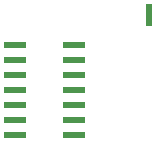
<source format=gbr>
G04 #@! TF.GenerationSoftware,KiCad,Pcbnew,5.1.5+dfsg1-2build2*
G04 #@! TF.CreationDate,2023-09-27T05:17:00+03:00*
G04 #@! TF.ProjectId,testBoardRectPad,74657374-426f-4617-9264-526563745061,rev?*
G04 #@! TF.SameCoordinates,Original*
G04 #@! TF.FileFunction,Copper,L1,Top*
G04 #@! TF.FilePolarity,Positive*
%FSLAX46Y46*%
G04 Gerber Fmt 4.6, Leading zero omitted, Abs format (unit mm)*
G04 Created by KiCad (PCBNEW 5.1.5+dfsg1-2build2) date 2023-09-27 05:17:00*
%MOMM*%
%LPD*%
G04 APERTURE LIST*
%ADD10R,1.950000X0.600000*%
%ADD11R,0.600000X1.950000*%
G04 APERTURE END LIST*
D10*
X72725000Y-58590000D03*
X72725000Y-59860000D03*
X72725000Y-61130000D03*
X72725000Y-62400000D03*
X72725000Y-63670000D03*
X72725000Y-64940000D03*
X72725000Y-66210000D03*
X77675000Y-66210000D03*
X77675000Y-64940000D03*
X77675000Y-63670000D03*
X77675000Y-62400000D03*
X77675000Y-61130000D03*
X77675000Y-59860000D03*
X77675000Y-58590000D03*
D11*
X84090000Y-56050000D03*
M02*

</source>
